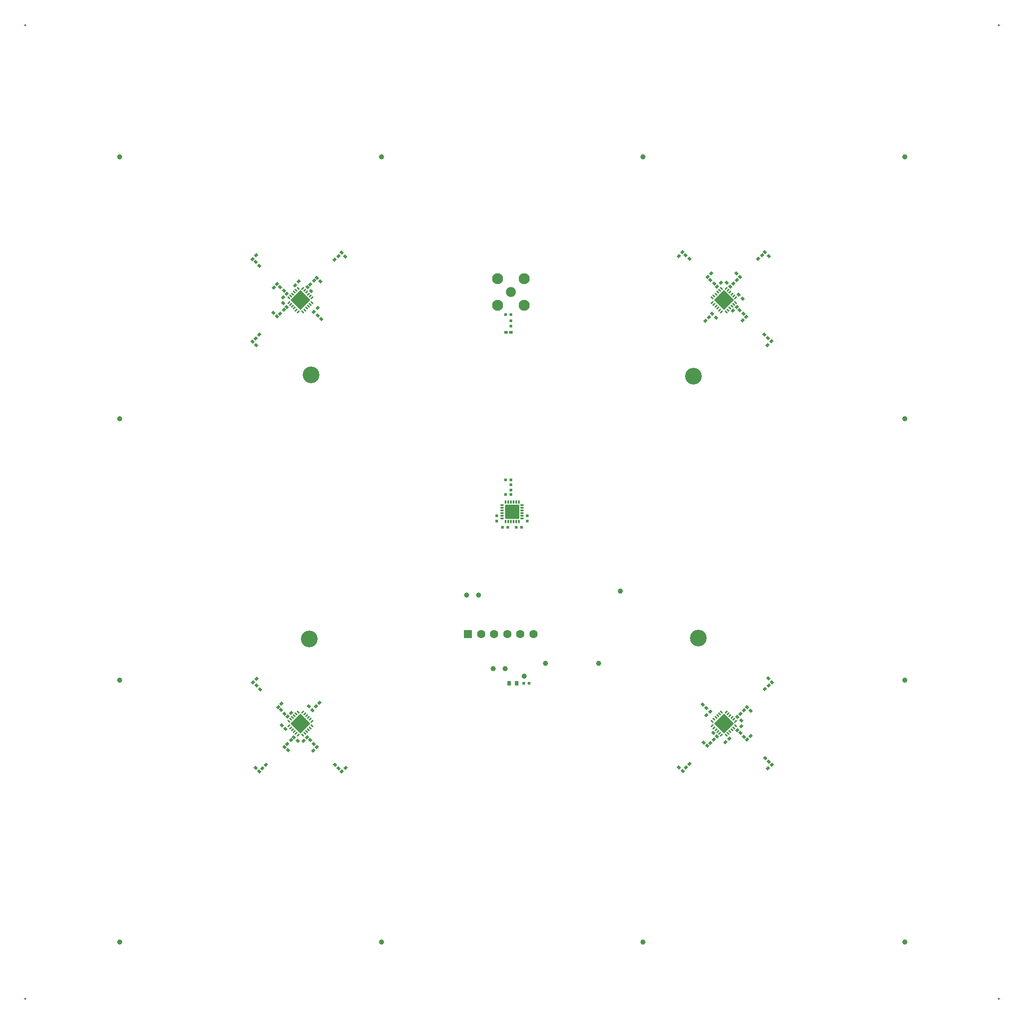
<source format=gbr>
G04*
G04 #@! TF.GenerationSoftware,Altium Limited,Altium Designer,25.0.2 (28)*
G04*
G04 Layer_Color=255*
%FSLAX24Y24*%
%MOIN*%
G70*
G04*
G04 #@! TF.SameCoordinates,4B7BC283-7035-4C9F-97D5-5998C8FB6373*
G04*
G04*
G04 #@! TF.FilePolarity,Positive*
G04*
G01*
G75*
%ADD14R,0.0236X0.0217*%
G04:AMPARAMS|DCode=15|XSize=21.7mil|YSize=23.6mil|CornerRadius=0mil|HoleSize=0mil|Usage=FLASHONLY|Rotation=315.000|XOffset=0mil|YOffset=0mil|HoleType=Round|Shape=Rectangle|*
%AMROTATEDRECTD15*
4,1,4,-0.0160,-0.0007,0.0007,0.0160,0.0160,0.0007,-0.0007,-0.0160,-0.0160,-0.0007,0.0*
%
%ADD15ROTATEDRECTD15*%

%ADD16R,0.0217X0.0236*%
G04:AMPARAMS|DCode=17|XSize=21.7mil|YSize=23.6mil|CornerRadius=0mil|HoleSize=0mil|Usage=FLASHONLY|Rotation=45.000|XOffset=0mil|YOffset=0mil|HoleType=Round|Shape=Rectangle|*
%AMROTATEDRECTD17*
4,1,4,0.0007,-0.0160,-0.0160,0.0007,-0.0007,0.0160,0.0160,-0.0007,0.0007,-0.0160,0.0*
%
%ADD17ROTATEDRECTD17*%

%ADD18R,0.0256X0.0197*%
G04:AMPARAMS|DCode=19|XSize=19.7mil|YSize=25.6mil|CornerRadius=0mil|HoleSize=0mil|Usage=FLASHONLY|Rotation=315.000|XOffset=0mil|YOffset=0mil|HoleType=Round|Shape=Rectangle|*
%AMROTATEDRECTD19*
4,1,4,-0.0160,-0.0021,0.0021,0.0160,0.0160,0.0021,-0.0021,-0.0160,-0.0160,-0.0021,0.0*
%
%ADD19ROTATEDRECTD19*%

G04:AMPARAMS|DCode=20|XSize=19.7mil|YSize=23.6mil|CornerRadius=0mil|HoleSize=0mil|Usage=FLASHONLY|Rotation=135.000|XOffset=0mil|YOffset=0mil|HoleType=Round|Shape=Rectangle|*
%AMROTATEDRECTD20*
4,1,4,0.0153,0.0014,-0.0014,-0.0153,-0.0153,-0.0014,0.0014,0.0153,0.0153,0.0014,0.0*
%
%ADD20ROTATEDRECTD20*%

G04:AMPARAMS|DCode=21|XSize=19.7mil|YSize=25.6mil|CornerRadius=0mil|HoleSize=0mil|Usage=FLASHONLY|Rotation=45.000|XOffset=0mil|YOffset=0mil|HoleType=Round|Shape=Rectangle|*
%AMROTATEDRECTD21*
4,1,4,0.0021,-0.0160,-0.0160,0.0021,-0.0021,0.0160,0.0160,-0.0021,0.0021,-0.0160,0.0*
%
%ADD21ROTATEDRECTD21*%

G04:AMPARAMS|DCode=22|XSize=19.7mil|YSize=23.6mil|CornerRadius=0mil|HoleSize=0mil|Usage=FLASHONLY|Rotation=45.000|XOffset=0mil|YOffset=0mil|HoleType=Round|Shape=Rectangle|*
%AMROTATEDRECTD22*
4,1,4,0.0014,-0.0153,-0.0153,0.0014,-0.0014,0.0153,0.0153,-0.0014,0.0014,-0.0153,0.0*
%
%ADD22ROTATEDRECTD22*%

G04:AMPARAMS|DCode=23|XSize=11.8mil|YSize=23.6mil|CornerRadius=3mil|HoleSize=0mil|Usage=FLASHONLY|Rotation=225.000|XOffset=0mil|YOffset=0mil|HoleType=Round|Shape=RoundedRectangle|*
%AMROUNDEDRECTD23*
21,1,0.0118,0.0177,0,0,225.0*
21,1,0.0059,0.0236,0,0,225.0*
1,1,0.0059,-0.0084,0.0042*
1,1,0.0059,-0.0042,0.0084*
1,1,0.0059,0.0084,-0.0042*
1,1,0.0059,0.0042,-0.0084*
%
%ADD23ROUNDEDRECTD23*%
G04:AMPARAMS|DCode=24|XSize=23.6mil|YSize=11.8mil|CornerRadius=3mil|HoleSize=0mil|Usage=FLASHONLY|Rotation=225.000|XOffset=0mil|YOffset=0mil|HoleType=Round|Shape=RoundedRectangle|*
%AMROUNDEDRECTD24*
21,1,0.0236,0.0059,0,0,225.0*
21,1,0.0177,0.0118,0,0,225.0*
1,1,0.0059,-0.0084,-0.0042*
1,1,0.0059,0.0042,0.0084*
1,1,0.0059,0.0084,0.0042*
1,1,0.0059,-0.0042,-0.0084*
%
%ADD24ROUNDEDRECTD24*%
%ADD25R,0.0300X0.0320*%
G04:AMPARAMS|DCode=26|XSize=11.8mil|YSize=23.6mil|CornerRadius=3mil|HoleSize=0mil|Usage=FLASHONLY|Rotation=0.000|XOffset=0mil|YOffset=0mil|HoleType=Round|Shape=RoundedRectangle|*
%AMROUNDEDRECTD26*
21,1,0.0118,0.0177,0,0,0.0*
21,1,0.0059,0.0236,0,0,0.0*
1,1,0.0059,0.0030,-0.0089*
1,1,0.0059,-0.0030,-0.0089*
1,1,0.0059,-0.0030,0.0089*
1,1,0.0059,0.0030,0.0089*
%
%ADD26ROUNDEDRECTD26*%
G04:AMPARAMS|DCode=27|XSize=23.6mil|YSize=11.8mil|CornerRadius=3mil|HoleSize=0mil|Usage=FLASHONLY|Rotation=0.000|XOffset=0mil|YOffset=0mil|HoleType=Round|Shape=RoundedRectangle|*
%AMROUNDEDRECTD27*
21,1,0.0236,0.0059,0,0,0.0*
21,1,0.0177,0.0118,0,0,0.0*
1,1,0.0059,0.0089,-0.0030*
1,1,0.0059,-0.0089,-0.0030*
1,1,0.0059,-0.0089,0.0030*
1,1,0.0059,0.0089,0.0030*
%
%ADD27ROUNDEDRECTD27*%
G04:AMPARAMS|DCode=28|XSize=11.8mil|YSize=23.6mil|CornerRadius=3mil|HoleSize=0mil|Usage=FLASHONLY|Rotation=135.000|XOffset=0mil|YOffset=0mil|HoleType=Round|Shape=RoundedRectangle|*
%AMROUNDEDRECTD28*
21,1,0.0118,0.0177,0,0,135.0*
21,1,0.0059,0.0236,0,0,135.0*
1,1,0.0059,0.0042,0.0084*
1,1,0.0059,0.0084,0.0042*
1,1,0.0059,-0.0042,-0.0084*
1,1,0.0059,-0.0084,-0.0042*
%
%ADD28ROUNDEDRECTD28*%
G04:AMPARAMS|DCode=29|XSize=23.6mil|YSize=11.8mil|CornerRadius=3mil|HoleSize=0mil|Usage=FLASHONLY|Rotation=135.000|XOffset=0mil|YOffset=0mil|HoleType=Round|Shape=RoundedRectangle|*
%AMROUNDEDRECTD29*
21,1,0.0236,0.0059,0,0,135.0*
21,1,0.0177,0.0118,0,0,135.0*
1,1,0.0059,-0.0042,0.0084*
1,1,0.0059,0.0084,-0.0042*
1,1,0.0059,0.0042,-0.0084*
1,1,0.0059,-0.0084,0.0042*
%
%ADD29ROUNDEDRECTD29*%
%ADD30R,0.0197X0.0236*%
%ADD60C,0.0394*%
G04:AMPARAMS|DCode=61|XSize=108.3mil|YSize=108.3mil|CornerRadius=5.4mil|HoleSize=0mil|Usage=FLASHONLY|Rotation=225.000|XOffset=0mil|YOffset=0mil|HoleType=Round|Shape=RoundedRectangle|*
%AMROUNDEDRECTD61*
21,1,0.1083,0.0974,0,0,225.0*
21,1,0.0974,0.1083,0,0,225.0*
1,1,0.0108,-0.0689,0.0000*
1,1,0.0108,0.0000,0.0689*
1,1,0.0108,0.0689,0.0000*
1,1,0.0108,0.0000,-0.0689*
%
%ADD61ROUNDEDRECTD61*%
G04:AMPARAMS|DCode=62|XSize=108.3mil|YSize=108.3mil|CornerRadius=5.4mil|HoleSize=0mil|Usage=FLASHONLY|Rotation=0.000|XOffset=0mil|YOffset=0mil|HoleType=Round|Shape=RoundedRectangle|*
%AMROUNDEDRECTD62*
21,1,0.1083,0.0974,0,0,0.0*
21,1,0.0974,0.1083,0,0,0.0*
1,1,0.0108,0.0487,-0.0487*
1,1,0.0108,-0.0487,-0.0487*
1,1,0.0108,-0.0487,0.0487*
1,1,0.0108,0.0487,0.0487*
%
%ADD62ROUNDEDRECTD62*%
G04:AMPARAMS|DCode=63|XSize=108.3mil|YSize=108.3mil|CornerRadius=5.4mil|HoleSize=0mil|Usage=FLASHONLY|Rotation=135.000|XOffset=0mil|YOffset=0mil|HoleType=Round|Shape=RoundedRectangle|*
%AMROUNDEDRECTD63*
21,1,0.1083,0.0974,0,0,135.0*
21,1,0.0974,0.1083,0,0,135.0*
1,1,0.0108,0.0000,0.0689*
1,1,0.0108,0.0689,0.0000*
1,1,0.0108,0.0000,-0.0689*
1,1,0.0108,-0.0689,0.0000*
%
%ADD63ROUNDEDRECTD63*%
%ADD70C,0.0630*%
%ADD71R,0.0600X0.0630*%
%ADD72C,0.0748*%
%ADD73C,0.0827*%
%ADD74C,0.0157*%
%ADD75C,0.1260*%
D14*
X38870Y40645D02*
D03*
X39264D02*
D03*
X38870Y41747D02*
D03*
X39264D02*
D03*
X38634Y38204D02*
D03*
X39028D02*
D03*
X40051D02*
D03*
X39657D02*
D03*
X38870Y54188D02*
D03*
X39264D02*
D03*
X40634Y26466D02*
D03*
X40240D02*
D03*
D15*
X24718Y54682D02*
D03*
X24440Y54403D02*
D03*
X53967Y24049D02*
D03*
X54246Y24327D02*
D03*
X23026Y56402D02*
D03*
X23305Y56680D02*
D03*
X55682Y22307D02*
D03*
X55404Y22029D02*
D03*
X22127Y55497D02*
D03*
X22405Y55775D02*
D03*
X22736Y24227D02*
D03*
X22458Y23948D02*
D03*
X23663Y22124D02*
D03*
X23942Y22402D02*
D03*
X56582Y23212D02*
D03*
X56304Y22933D02*
D03*
X55972Y54482D02*
D03*
X56251Y54760D02*
D03*
X55045Y56585D02*
D03*
X54767Y56306D02*
D03*
X20101Y58650D02*
D03*
X19823Y58371D02*
D03*
X20143Y26806D02*
D03*
X19865Y26528D02*
D03*
X26816Y20099D02*
D03*
X26538Y19820D02*
D03*
X58607Y20059D02*
D03*
X58886Y20337D02*
D03*
X58565Y51903D02*
D03*
X58844Y52181D02*
D03*
X51886Y58603D02*
D03*
X52164Y58882D02*
D03*
X55998Y56526D02*
D03*
X56276Y56805D02*
D03*
X54540Y22238D02*
D03*
X54262Y21960D02*
D03*
X56529Y24165D02*
D03*
X56808Y24443D02*
D03*
X22432Y21904D02*
D03*
X22711Y22182D02*
D03*
X24168Y56470D02*
D03*
X24447Y56749D02*
D03*
X22179Y54544D02*
D03*
X21901Y54266D02*
D03*
D16*
X38201Y38676D02*
D03*
Y39070D02*
D03*
X40484Y38676D02*
D03*
Y39070D02*
D03*
X39264Y40999D02*
D03*
Y41393D02*
D03*
D17*
X24046Y24721D02*
D03*
X24324Y24443D02*
D03*
X54679Y53970D02*
D03*
X54400Y54249D02*
D03*
X22307Y23026D02*
D03*
X22029Y23305D02*
D03*
X56402Y55682D02*
D03*
X56680Y55404D02*
D03*
X24227Y55972D02*
D03*
X23948Y56251D02*
D03*
X22124Y55045D02*
D03*
X22402Y54767D02*
D03*
X23212Y22127D02*
D03*
X22933Y22405D02*
D03*
X54482Y22736D02*
D03*
X54760Y22458D02*
D03*
X56585Y23663D02*
D03*
X56306Y23942D02*
D03*
X55497Y56582D02*
D03*
X55775Y56304D02*
D03*
X26806Y58565D02*
D03*
X26528Y58844D02*
D03*
X20099Y51892D02*
D03*
X19820Y52171D02*
D03*
X20059Y20101D02*
D03*
X20337Y19823D02*
D03*
X51903Y20143D02*
D03*
X52181Y19865D02*
D03*
X58610Y26816D02*
D03*
X58889Y26538D02*
D03*
X58650Y58607D02*
D03*
X58371Y58886D02*
D03*
X54544Y56529D02*
D03*
X54266Y56808D02*
D03*
X56470Y54540D02*
D03*
X56749Y54262D02*
D03*
X56526Y22711D02*
D03*
X56805Y22432D02*
D03*
X21960Y24447D02*
D03*
X22238Y24168D02*
D03*
X24443Y21901D02*
D03*
X24165Y22179D02*
D03*
X22182Y55998D02*
D03*
X21904Y56276D02*
D03*
D18*
X38880Y52849D02*
D03*
X39254D02*
D03*
D19*
X54050Y57037D02*
D03*
X54314Y57302D02*
D03*
X56965Y54032D02*
D03*
X56700Y53768D02*
D03*
X57034Y22216D02*
D03*
X57299Y22481D02*
D03*
X24659Y21671D02*
D03*
X24394Y21407D02*
D03*
X21744Y24676D02*
D03*
X22009Y24941D02*
D03*
X21674Y56492D02*
D03*
X21410Y56228D02*
D03*
X54160Y54005D02*
D03*
X53895Y53741D02*
D03*
X24868Y24990D02*
D03*
X24604Y24725D02*
D03*
D20*
X57869Y58383D02*
D03*
X58147Y58661D02*
D03*
X58373Y26024D02*
D03*
X58651Y26302D02*
D03*
X52705Y20396D02*
D03*
X52427Y20118D02*
D03*
X20840Y20326D02*
D03*
X20561Y20048D02*
D03*
X20336Y52685D02*
D03*
X20058Y52407D02*
D03*
X26003Y58313D02*
D03*
X26282Y58591D02*
D03*
D21*
X56492Y57034D02*
D03*
X56228Y57299D02*
D03*
X57037Y24659D02*
D03*
X57302Y24394D02*
D03*
X54032Y21744D02*
D03*
X53768Y22009D02*
D03*
X22216Y21674D02*
D03*
X22481Y21410D02*
D03*
X21671Y54050D02*
D03*
X21407Y54314D02*
D03*
X24676Y56965D02*
D03*
X24941Y56700D02*
D03*
X53963Y24607D02*
D03*
X53698Y24871D02*
D03*
X24987Y53859D02*
D03*
X24722Y54123D02*
D03*
D22*
X58313Y52705D02*
D03*
X58591Y52427D02*
D03*
X58383Y20840D02*
D03*
X58661Y20561D02*
D03*
X26024Y20336D02*
D03*
X26302Y20058D02*
D03*
X20396Y26003D02*
D03*
X20118Y26282D02*
D03*
X20326Y57869D02*
D03*
X20048Y58147D02*
D03*
X52678Y58382D02*
D03*
X52400Y58661D02*
D03*
D23*
X24304Y55100D02*
D03*
X24165Y54961D02*
D03*
X24026Y54822D02*
D03*
X23887Y54683D02*
D03*
X23748Y54543D02*
D03*
X23608Y54404D02*
D03*
X22551Y55462D02*
D03*
X22690Y55601D02*
D03*
X22829Y55740D02*
D03*
X22968Y55880D02*
D03*
X23107Y56019D02*
D03*
X23247Y56158D02*
D03*
X54404Y23608D02*
D03*
X54543Y23748D02*
D03*
X54683Y23887D02*
D03*
X54822Y24026D02*
D03*
X54961Y24165D02*
D03*
X55100Y24304D02*
D03*
X56158Y23247D02*
D03*
X56019Y23107D02*
D03*
X55880Y22968D02*
D03*
X55740Y22829D02*
D03*
X55601Y22690D02*
D03*
X55462Y22551D02*
D03*
D24*
X23247Y54404D02*
D03*
X23107Y54543D02*
D03*
X22968Y54683D02*
D03*
X22829Y54822D02*
D03*
X22690Y54961D02*
D03*
X22551Y55100D02*
D03*
X23608Y56158D02*
D03*
X23748Y56019D02*
D03*
X23887Y55880D02*
D03*
X24026Y55740D02*
D03*
X24165Y55601D02*
D03*
X24304Y55462D02*
D03*
X55462Y24304D02*
D03*
X55601Y24165D02*
D03*
X55740Y24026D02*
D03*
X55880Y23887D02*
D03*
X56019Y23748D02*
D03*
X56158Y23608D02*
D03*
X55100Y22551D02*
D03*
X54961Y22690D02*
D03*
X54822Y22829D02*
D03*
X54683Y22968D02*
D03*
X54543Y23107D02*
D03*
X54404Y23247D02*
D03*
D25*
X39689Y26475D02*
D03*
X39139D02*
D03*
D26*
X38862Y40109D02*
D03*
X39059D02*
D03*
X39256D02*
D03*
X39453D02*
D03*
X39650D02*
D03*
X39846D02*
D03*
Y38613D02*
D03*
X39650D02*
D03*
X39453D02*
D03*
X39256D02*
D03*
X39059D02*
D03*
X38862D02*
D03*
D27*
X40102Y39853D02*
D03*
Y39657D02*
D03*
Y39460D02*
D03*
Y39263D02*
D03*
Y39066D02*
D03*
Y38869D02*
D03*
X38606D02*
D03*
Y39066D02*
D03*
Y39263D02*
D03*
Y39460D02*
D03*
Y39657D02*
D03*
Y39853D02*
D03*
D28*
X55100Y54404D02*
D03*
X54961Y54543D02*
D03*
X54822Y54683D02*
D03*
X54683Y54822D02*
D03*
X54543Y54961D02*
D03*
X54404Y55100D02*
D03*
X55462Y56158D02*
D03*
X55601Y56019D02*
D03*
X55740Y55880D02*
D03*
X55880Y55740D02*
D03*
X56019Y55601D02*
D03*
X56158Y55462D02*
D03*
X22551Y23247D02*
D03*
X22690Y23107D02*
D03*
X22829Y22968D02*
D03*
X22968Y22829D02*
D03*
X23107Y22690D02*
D03*
X23247Y22551D02*
D03*
X24304Y23608D02*
D03*
X24165Y23748D02*
D03*
X24026Y23887D02*
D03*
X23887Y24026D02*
D03*
X23748Y24165D02*
D03*
X23608Y24304D02*
D03*
D29*
X54404Y55462D02*
D03*
X54543Y55601D02*
D03*
X54683Y55740D02*
D03*
X54822Y55880D02*
D03*
X54961Y56019D02*
D03*
X55100Y56158D02*
D03*
X56158Y55100D02*
D03*
X56019Y54961D02*
D03*
X55880Y54822D02*
D03*
X55740Y54683D02*
D03*
X55601Y54543D02*
D03*
X55462Y54404D02*
D03*
X23247Y24304D02*
D03*
X23107Y24165D02*
D03*
X22968Y24026D02*
D03*
X22829Y23887D02*
D03*
X22690Y23748D02*
D03*
X22551Y23608D02*
D03*
X23608Y22551D02*
D03*
X23748Y22690D02*
D03*
X23887Y22829D02*
D03*
X24026Y22968D02*
D03*
X24165Y23107D02*
D03*
X24304Y23247D02*
D03*
D30*
X39264Y53716D02*
D03*
Y53322D02*
D03*
D60*
X35917Y33094D02*
D03*
X49197Y66047D02*
D03*
X68882D02*
D03*
X68882Y46362D02*
D03*
Y26677D02*
D03*
X68882Y6992D02*
D03*
X49197Y6992D02*
D03*
X29512Y6992D02*
D03*
X9827D02*
D03*
Y26677D02*
D03*
X9827Y46362D02*
D03*
X9827Y66047D02*
D03*
X29512Y66047D02*
D03*
X38831Y27574D02*
D03*
X37925D02*
D03*
X36823Y33094D02*
D03*
X40248Y26983D02*
D03*
X47492Y33401D02*
D03*
X45854Y27968D02*
D03*
X41862Y27968D02*
D03*
D61*
X23428Y55281D02*
D03*
X55281Y23428D02*
D03*
D62*
X39354Y39361D02*
D03*
D63*
X55281Y55281D02*
D03*
X23428Y23428D02*
D03*
D70*
X40953Y30169D02*
D03*
X38984D02*
D03*
X38000D02*
D03*
X37016D02*
D03*
X39969D02*
D03*
D71*
X36031D02*
D03*
D72*
X39260Y55886D02*
D03*
D73*
X40260Y56886D02*
D03*
X38260D02*
D03*
Y54886D02*
D03*
X40260D02*
D03*
D74*
X2740Y2740D02*
D03*
X75968D02*
D03*
Y75969D02*
D03*
X2740D02*
D03*
D75*
X24087Y29795D02*
D03*
X24228Y49657D02*
D03*
X53354Y29868D02*
D03*
X53008Y49547D02*
D03*
M02*

</source>
